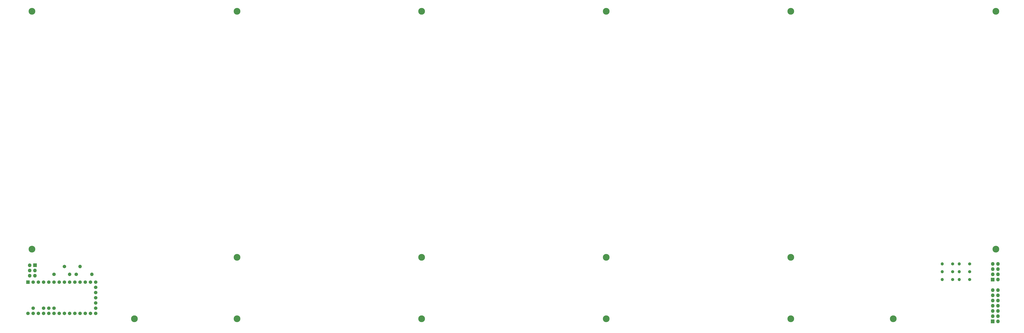
<source format=gbr>
G04 #@! TF.GenerationSoftware,KiCad,Pcbnew,(5.1.7)-1*
G04 #@! TF.CreationDate,2020-11-09T23:38:36-05:00*
G04 #@! TF.ProjectId,OpeNITHM-full,4f70654e-4954-4484-9d2d-66756c6c2e6b,rev?*
G04 #@! TF.SameCoordinates,Original*
G04 #@! TF.FileFunction,Soldermask,Bot*
G04 #@! TF.FilePolarity,Negative*
%FSLAX46Y46*%
G04 Gerber Fmt 4.6, Leading zero omitted, Abs format (unit mm)*
G04 Created by KiCad (PCBNEW (5.1.7)-1) date 2020-11-09 23:38:36*
%MOMM*%
%LPD*%
G01*
G04 APERTURE LIST*
%ADD10O,1.802000X1.802000*%
%ADD11O,1.502000X1.502000*%
%ADD12C,1.502000*%
%ADD13C,1.702000*%
%ADD14C,3.302000*%
%ADD15O,1.702000X1.702000*%
G04 APERTURE END LIST*
D10*
X-88040000Y-147955000D03*
X-85500000Y-147955000D03*
X-88040000Y-145415000D03*
X-85500000Y-145415000D03*
X-88040000Y-142875000D03*
G36*
G01*
X-84599000Y-142025000D02*
X-84599000Y-143725000D01*
G75*
G02*
X-84650000Y-143776000I-51000J0D01*
G01*
X-86350000Y-143776000D01*
G75*
G02*
X-86401000Y-143725000I0J51000D01*
G01*
X-86401000Y-142025000D01*
G75*
G02*
X-86350000Y-141974000I51000J0D01*
G01*
X-84650000Y-141974000D01*
G75*
G02*
X-84599000Y-142025000I0J-51000D01*
G01*
G37*
X384000000Y-155000000D03*
X381460000Y-155000000D03*
X384000000Y-157540000D03*
X381460000Y-157540000D03*
X384000000Y-160080000D03*
X381460000Y-160080000D03*
X384000000Y-162620000D03*
X381460000Y-162620000D03*
X384000000Y-165160000D03*
X381460000Y-165160000D03*
X384000000Y-167700000D03*
X381460000Y-167700000D03*
X384000000Y-170240000D03*
G36*
G01*
X380559000Y-171090000D02*
X380559000Y-169390000D01*
G75*
G02*
X380610000Y-169339000I51000J0D01*
G01*
X382310000Y-169339000D01*
G75*
G02*
X382361000Y-169390000I0J-51000D01*
G01*
X382361000Y-171090000D01*
G75*
G02*
X382310000Y-171141000I-51000J0D01*
G01*
X380610000Y-171141000D01*
G75*
G02*
X380559000Y-171090000I0J51000D01*
G01*
G37*
D11*
X356870000Y-142240000D03*
D12*
X361950000Y-142240000D03*
D11*
X356870000Y-146050000D03*
D12*
X361950000Y-146050000D03*
D11*
X365125000Y-146050000D03*
D12*
X370205000Y-146050000D03*
D11*
X365125000Y-142240000D03*
D12*
X370205000Y-142240000D03*
D11*
X365125000Y-149860000D03*
D12*
X370205000Y-149860000D03*
D11*
X356870000Y-149860000D03*
D12*
X361950000Y-149860000D03*
D10*
X384000000Y-142240000D03*
X381460000Y-142240000D03*
X384000000Y-144780000D03*
X381460000Y-144780000D03*
X384000000Y-147320000D03*
X381460000Y-147320000D03*
X384000000Y-149860000D03*
G36*
G01*
X380559000Y-150710000D02*
X380559000Y-149010000D01*
G75*
G02*
X380610000Y-148959000I51000J0D01*
G01*
X382310000Y-148959000D01*
G75*
G02*
X382361000Y-149010000I0J-51000D01*
G01*
X382361000Y-150710000D01*
G75*
G02*
X382310000Y-150761000I-51000J0D01*
G01*
X380610000Y-150761000D01*
G75*
G02*
X380559000Y-150710000I0J51000D01*
G01*
G37*
G36*
G01*
X-89751000Y-151930000D02*
X-89751000Y-150330000D01*
G75*
G02*
X-89700000Y-150279000I51000J0D01*
G01*
X-88100000Y-150279000D01*
G75*
G02*
X-88049000Y-150330000I0J-51000D01*
G01*
X-88049000Y-151930000D01*
G75*
G02*
X-88100000Y-151981000I-51000J0D01*
G01*
X-89700000Y-151981000D01*
G75*
G02*
X-89751000Y-151930000I0J51000D01*
G01*
G37*
D13*
X-86360000Y-151130000D03*
X-83820000Y-151130000D03*
X-81280000Y-151130000D03*
X-78740000Y-151130000D03*
X-76200000Y-151130000D03*
X-73660000Y-151130000D03*
X-71120000Y-151130000D03*
X-68580000Y-151130000D03*
X-66040000Y-151130000D03*
X-63500000Y-151130000D03*
X-60960000Y-151130000D03*
X-58420000Y-151130000D03*
X-76200000Y-163830000D03*
X-78740000Y-163830000D03*
X-81280000Y-163830000D03*
X-86360000Y-163830000D03*
X-88900000Y-166370000D03*
X-86360000Y-166370000D03*
X-83820000Y-166370000D03*
X-81280000Y-166370000D03*
X-78740000Y-166370000D03*
X-76200000Y-166370000D03*
X-73660000Y-166370000D03*
X-71120000Y-166370000D03*
X-68580000Y-166370000D03*
X-66040000Y-166370000D03*
X-63500000Y-166370000D03*
X-60960000Y-166370000D03*
X-58420000Y-166370000D03*
X-55880000Y-151130000D03*
X-55880000Y-153670000D03*
X-55880000Y-156210000D03*
X-55880000Y-166370000D03*
X-55880000Y-163830000D03*
X-55880000Y-161290000D03*
X-55880000Y-158750000D03*
D14*
X333000000Y-169000000D03*
X283000000Y-169000000D03*
X193000000Y-169000000D03*
X13000000Y-169000000D03*
X103000000Y-169000000D03*
X-37000000Y-169000000D03*
D15*
X-57785000Y-147320000D03*
D13*
X-65405000Y-147320000D03*
D14*
X-87000000Y-19000000D03*
X283000000Y-139000000D03*
X283000000Y-19000000D03*
X193000000Y-139000000D03*
X193000000Y-19000000D03*
X103000000Y-139000000D03*
X103000000Y-19000000D03*
X13000000Y-139000000D03*
X13000000Y-19000000D03*
X383000000Y-135000000D03*
X383000000Y-19000000D03*
X-87000000Y-135000000D03*
D15*
X-68580000Y-147320000D03*
D13*
X-76200000Y-147320000D03*
D15*
X-63500000Y-143510000D03*
D13*
X-71120000Y-143510000D03*
M02*

</source>
